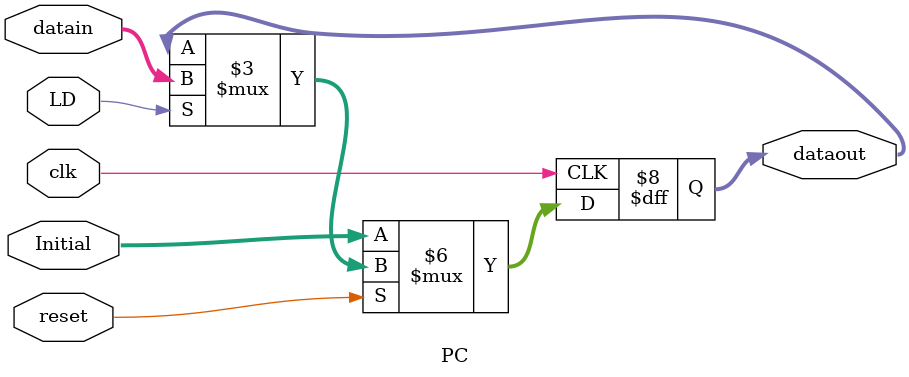
<source format=v>
`timescale 1ns / 1ps


module PC(
    input clk,
    input LD,
    input reset,
    input [31:0] datain,
  
    input [31:0] Initial,
    
    output reg [31:0] dataout
    );
    // at every clock cycle check for reset or data module load
    always @(posedge clk)
    begin
        if(!reset)
            dataout <= Initial;
        else
            if(LD)
                dataout <= datain;
    end
    
endmodule

</source>
